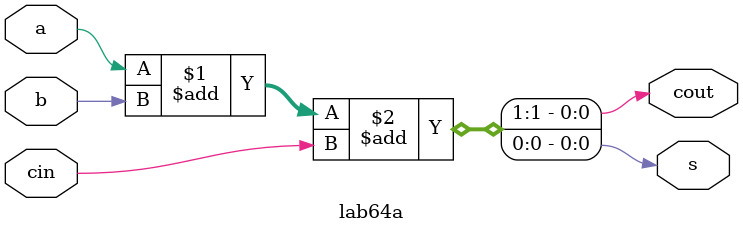
<source format=v>
`timescale 1ns / 1ps
module lab64a(input a, b, cin, output cout, s);
assign {cout, s} = a + b + cin;
endmodule

</source>
